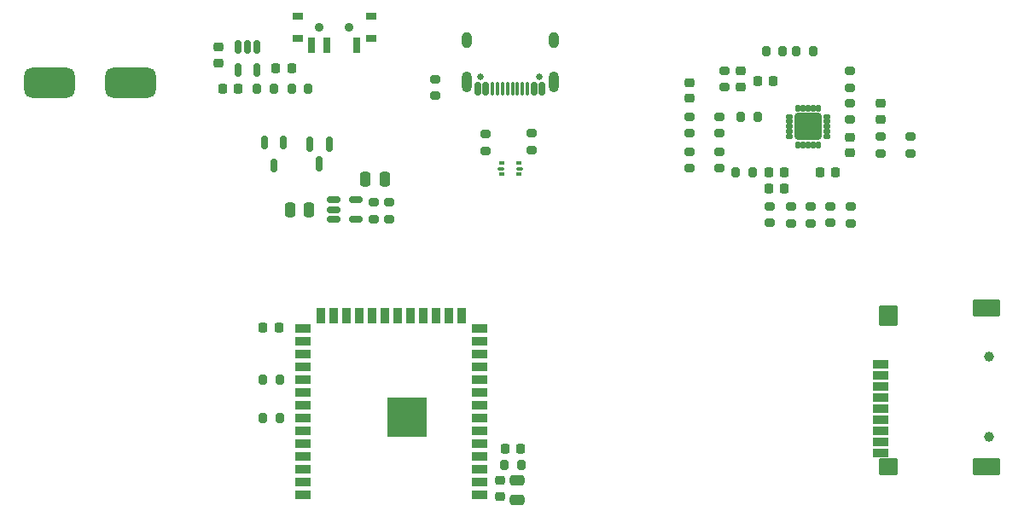
<source format=gts>
G04 #@! TF.GenerationSoftware,KiCad,Pcbnew,8.0.0*
G04 #@! TF.CreationDate,2024-04-04T13:49:03-04:00*
G04 #@! TF.ProjectId,ecg_board,6563675f-626f-4617-9264-2e6b69636164,rev?*
G04 #@! TF.SameCoordinates,Original*
G04 #@! TF.FileFunction,Soldermask,Top*
G04 #@! TF.FilePolarity,Negative*
%FSLAX46Y46*%
G04 Gerber Fmt 4.6, Leading zero omitted, Abs format (unit mm)*
G04 Created by KiCad (PCBNEW 8.0.0) date 2024-04-04 13:49:03*
%MOMM*%
%LPD*%
G01*
G04 APERTURE LIST*
G04 Aperture macros list*
%AMRoundRect*
0 Rectangle with rounded corners*
0 $1 Rounding radius*
0 $2 $3 $4 $5 $6 $7 $8 $9 X,Y pos of 4 corners*
0 Add a 4 corners polygon primitive as box body*
4,1,4,$2,$3,$4,$5,$6,$7,$8,$9,$2,$3,0*
0 Add four circle primitives for the rounded corners*
1,1,$1+$1,$2,$3*
1,1,$1+$1,$4,$5*
1,1,$1+$1,$6,$7*
1,1,$1+$1,$8,$9*
0 Add four rect primitives between the rounded corners*
20,1,$1+$1,$2,$3,$4,$5,0*
20,1,$1+$1,$4,$5,$6,$7,0*
20,1,$1+$1,$6,$7,$8,$9,0*
20,1,$1+$1,$8,$9,$2,$3,0*%
G04 Aperture macros list end*
%ADD10RoundRect,0.750000X-1.750000X-0.750000X1.750000X-0.750000X1.750000X0.750000X-1.750000X0.750000X0*%
%ADD11RoundRect,0.200000X0.275000X-0.200000X0.275000X0.200000X-0.275000X0.200000X-0.275000X-0.200000X0*%
%ADD12RoundRect,0.200000X0.200000X0.275000X-0.200000X0.275000X-0.200000X-0.275000X0.200000X-0.275000X0*%
%ADD13RoundRect,0.200000X-0.275000X0.200000X-0.275000X-0.200000X0.275000X-0.200000X0.275000X0.200000X0*%
%ADD14RoundRect,0.225000X-0.225000X-0.250000X0.225000X-0.250000X0.225000X0.250000X-0.225000X0.250000X0*%
%ADD15RoundRect,0.250000X0.250000X0.475000X-0.250000X0.475000X-0.250000X-0.475000X0.250000X-0.475000X0*%
%ADD16RoundRect,0.150000X-0.150000X0.587500X-0.150000X-0.587500X0.150000X-0.587500X0.150000X0.587500X0*%
%ADD17R,1.000000X0.800000*%
%ADD18C,0.900000*%
%ADD19R,0.700000X1.500000*%
%ADD20RoundRect,0.225000X-0.250000X0.225000X-0.250000X-0.225000X0.250000X-0.225000X0.250000X0.225000X0*%
%ADD21RoundRect,0.225000X0.225000X0.250000X-0.225000X0.250000X-0.225000X-0.250000X0.225000X-0.250000X0*%
%ADD22RoundRect,0.200000X-0.200000X-0.275000X0.200000X-0.275000X0.200000X0.275000X-0.200000X0.275000X0*%
%ADD23RoundRect,0.250000X-0.250000X-0.475000X0.250000X-0.475000X0.250000X0.475000X-0.250000X0.475000X0*%
%ADD24RoundRect,0.150000X-0.150000X0.512500X-0.150000X-0.512500X0.150000X-0.512500X0.150000X0.512500X0*%
%ADD25RoundRect,0.102000X-0.125000X-0.250000X0.125000X-0.250000X0.125000X0.250000X-0.125000X0.250000X0*%
%ADD26RoundRect,0.102000X0.250000X-0.125000X0.250000X0.125000X-0.250000X0.125000X-0.250000X-0.125000X0*%
%ADD27RoundRect,0.102000X0.125000X0.250000X-0.125000X0.250000X-0.125000X-0.250000X0.125000X-0.250000X0*%
%ADD28RoundRect,0.102000X-0.250000X0.125000X-0.250000X-0.125000X0.250000X-0.125000X0.250000X0.125000X0*%
%ADD29RoundRect,0.351520X1.000480X-1.000480X1.000480X1.000480X-1.000480X1.000480X-1.000480X-1.000480X0*%
%ADD30R,1.500000X0.900000*%
%ADD31R,0.900000X1.500000*%
%ADD32C,0.600000*%
%ADD33R,3.900000X3.900000*%
%ADD34RoundRect,0.225000X0.250000X-0.225000X0.250000X0.225000X-0.250000X0.225000X-0.250000X-0.225000X0*%
%ADD35RoundRect,0.150000X-0.512500X-0.150000X0.512500X-0.150000X0.512500X0.150000X-0.512500X0.150000X0*%
%ADD36RoundRect,0.218750X-0.218750X-0.256250X0.218750X-0.256250X0.218750X0.256250X-0.218750X0.256250X0*%
%ADD37RoundRect,0.250000X-0.475000X0.250000X-0.475000X-0.250000X0.475000X-0.250000X0.475000X0.250000X0*%
%ADD38RoundRect,0.093750X0.156250X0.093750X-0.156250X0.093750X-0.156250X-0.093750X0.156250X-0.093750X0*%
%ADD39RoundRect,0.075000X0.250000X0.075000X-0.250000X0.075000X-0.250000X-0.075000X0.250000X-0.075000X0*%
%ADD40RoundRect,0.102000X0.650000X0.350000X-0.650000X0.350000X-0.650000X-0.350000X0.650000X-0.350000X0*%
%ADD41C,0.999997*%
%ADD42RoundRect,0.102000X0.825500X0.723900X-0.825500X0.723900X-0.825500X-0.723900X0.825500X-0.723900X0*%
%ADD43RoundRect,0.102000X1.219200X0.723900X-1.219200X0.723900X-1.219200X-0.723900X1.219200X-0.723900X0*%
%ADD44RoundRect,0.102000X0.825500X0.927100X-0.825500X0.927100X-0.825500X-0.927100X0.825500X-0.927100X0*%
%ADD45C,0.650000*%
%ADD46RoundRect,0.150000X0.150000X0.500000X-0.150000X0.500000X-0.150000X-0.500000X0.150000X-0.500000X0*%
%ADD47RoundRect,0.075000X0.075000X0.575000X-0.075000X0.575000X-0.075000X-0.575000X0.075000X-0.575000X0*%
%ADD48O,1.000000X2.100000*%
%ADD49O,1.000000X1.600000*%
G04 APERTURE END LIST*
D10*
X112250000Y-66000000D03*
X104250000Y-66000000D03*
D11*
X179750000Y-79925000D03*
X179750000Y-78275000D03*
D12*
X174500000Y-69325000D03*
X172850000Y-69325000D03*
D13*
X171175000Y-64775000D03*
X171175000Y-66425000D03*
D14*
X180675000Y-74825000D03*
X182225000Y-74825000D03*
D13*
X183675000Y-64825000D03*
X183675000Y-66475000D03*
D11*
X181675000Y-79900000D03*
X181675000Y-78250000D03*
D15*
X137487500Y-75550000D03*
X135587500Y-75550000D03*
D16*
X131987500Y-72112500D03*
X130087500Y-72112500D03*
X131037500Y-73987500D03*
D13*
X189675000Y-71325000D03*
X189675000Y-72975000D03*
D17*
X136150000Y-61610000D03*
X136150000Y-59400000D03*
D18*
X134000000Y-60500000D03*
X131000000Y-60500000D03*
D17*
X128850000Y-61610000D03*
X128850000Y-59400000D03*
D19*
X134750000Y-62260000D03*
X131750000Y-62260000D03*
X130250000Y-62260000D03*
D20*
X172850000Y-64825000D03*
X172850000Y-66375000D03*
D13*
X142500000Y-65600000D03*
X142500000Y-67250000D03*
D12*
X174000000Y-74825000D03*
X172350000Y-74825000D03*
D21*
X176050000Y-65825000D03*
X174500000Y-65825000D03*
X177175000Y-74825000D03*
X175625000Y-74825000D03*
D13*
X136400000Y-77850000D03*
X136400000Y-79500000D03*
D22*
X178350000Y-62825000D03*
X180000000Y-62825000D03*
D23*
X128087500Y-78550000D03*
X129987500Y-78550000D03*
D21*
X177175000Y-76500000D03*
X175625000Y-76500000D03*
D20*
X148925000Y-105450000D03*
X148925000Y-107000000D03*
D24*
X127437500Y-71912500D03*
X125537500Y-71912500D03*
X126487500Y-74187500D03*
D22*
X125425000Y-99250000D03*
X127075000Y-99250000D03*
D11*
X167750000Y-74475000D03*
X167750000Y-72825000D03*
D12*
X129900000Y-66587500D03*
X128250000Y-66587500D03*
D11*
X177800000Y-79925000D03*
X177800000Y-78275000D03*
X170675000Y-74475000D03*
X170675000Y-72825000D03*
D13*
X152100000Y-71000000D03*
X152100000Y-72650000D03*
D11*
X170675000Y-70975000D03*
X170675000Y-69325000D03*
D25*
X178525000Y-72175000D03*
X179025000Y-72175000D03*
X179525000Y-72175000D03*
X180025000Y-72175000D03*
X180525000Y-72175000D03*
D26*
X181375000Y-71325000D03*
X181375000Y-70825000D03*
X181375000Y-70325000D03*
X181375000Y-69825000D03*
X181375000Y-69325000D03*
D27*
X180525000Y-68475000D03*
X180025000Y-68475000D03*
X179525000Y-68475000D03*
X179025000Y-68475000D03*
X178525000Y-68475000D03*
D28*
X177675000Y-69325000D03*
X177675000Y-69825000D03*
X177675000Y-70325000D03*
X177675000Y-70825000D03*
X177675000Y-71325000D03*
D29*
X179525000Y-70325000D03*
D30*
X146925000Y-106850000D03*
X146925000Y-105580000D03*
X146925000Y-104310000D03*
X146925000Y-103040000D03*
X146925000Y-101770000D03*
X146925000Y-100500000D03*
X146925000Y-99230000D03*
X146925000Y-97960000D03*
X146925000Y-96690000D03*
X146925000Y-95420000D03*
X146925000Y-94150000D03*
X146925000Y-92880000D03*
X146925000Y-91610000D03*
X146925000Y-90340000D03*
D31*
X145160000Y-89090000D03*
X143890000Y-89090000D03*
X142620000Y-89090000D03*
X141350000Y-89090000D03*
X140080000Y-89090000D03*
X138810000Y-89090000D03*
X137540000Y-89090000D03*
X136270000Y-89090000D03*
X135000000Y-89090000D03*
X133730000Y-89090000D03*
X132460000Y-89090000D03*
X131190000Y-89090000D03*
D30*
X129425000Y-90340000D03*
X129425000Y-91610000D03*
X129425000Y-92880000D03*
X129425000Y-94150000D03*
X129425000Y-95420000D03*
X129425000Y-96690000D03*
X129425000Y-97960000D03*
X129425000Y-99230000D03*
X129425000Y-100500000D03*
X129425000Y-101770000D03*
X129425000Y-103040000D03*
X129425000Y-104310000D03*
X129425000Y-105580000D03*
X129425000Y-106850000D03*
D32*
X141075000Y-99830000D03*
X141075000Y-98430000D03*
X140375000Y-100530000D03*
X140375000Y-99130000D03*
X140375000Y-97730000D03*
X139675000Y-99830000D03*
D33*
X139675000Y-99130000D03*
D32*
X139675000Y-98430000D03*
X138975000Y-100530000D03*
X138975000Y-99130000D03*
X138975000Y-97730000D03*
X138275000Y-99830000D03*
X138275000Y-98430000D03*
D11*
X183750000Y-79925000D03*
X183750000Y-78275000D03*
D34*
X183675000Y-72925000D03*
X183675000Y-71375000D03*
D21*
X126975000Y-90300000D03*
X125425000Y-90300000D03*
D22*
X124850000Y-66587500D03*
X126500000Y-66587500D03*
D35*
X132400000Y-77600000D03*
X132400000Y-78550000D03*
X132400000Y-79500000D03*
X134675000Y-79500000D03*
X134675000Y-77600000D03*
D14*
X149425000Y-102300000D03*
X150975000Y-102300000D03*
D12*
X177000000Y-62825000D03*
X175350000Y-62825000D03*
D13*
X186675000Y-71325000D03*
X186675000Y-72975000D03*
D20*
X186675000Y-68050000D03*
X186675000Y-69600000D03*
D13*
X147500000Y-71075000D03*
X147500000Y-72725000D03*
D24*
X124850000Y-62450000D03*
X123900000Y-62450000D03*
X122950000Y-62450000D03*
X122950000Y-64725000D03*
X124850000Y-64725000D03*
D36*
X126675000Y-64500000D03*
X128250000Y-64500000D03*
D12*
X151050000Y-103900000D03*
X149400000Y-103900000D03*
D11*
X137900000Y-79500000D03*
X137900000Y-77850000D03*
D34*
X167750000Y-67525000D03*
X167750000Y-65975000D03*
D37*
X150675000Y-105450000D03*
X150675000Y-107350000D03*
D38*
X150775000Y-75037500D03*
D39*
X150850000Y-74500000D03*
D38*
X150775000Y-73962500D03*
X149075000Y-73962500D03*
D39*
X149000000Y-74500000D03*
D38*
X149075000Y-75037500D03*
D22*
X125425000Y-95420000D03*
X127075000Y-95420000D03*
D14*
X121400000Y-66587500D03*
X122950000Y-66587500D03*
D40*
X186726200Y-93900000D03*
X186726200Y-95000000D03*
X186726200Y-96100000D03*
X186726200Y-97200000D03*
X186726200Y-98300000D03*
X186726200Y-99400000D03*
X186726200Y-100500000D03*
X186726200Y-101600000D03*
D41*
X197430600Y-101133600D03*
X197430600Y-93158000D03*
D40*
X186726200Y-102700000D03*
D42*
X187500000Y-104118400D03*
D43*
X197200000Y-104118400D03*
X197200000Y-88293600D03*
D44*
X187500000Y-89068600D03*
D11*
X175675000Y-79900000D03*
X175675000Y-78250000D03*
D45*
X152815000Y-65425000D03*
X147035000Y-65425000D03*
D46*
X153125000Y-66565000D03*
X152325000Y-66565000D03*
D47*
X151175000Y-66565000D03*
X150175000Y-66565000D03*
X149675000Y-66565000D03*
X148675000Y-66565000D03*
D46*
X147525000Y-66565000D03*
X146725000Y-66565000D03*
X146725000Y-66565000D03*
X147525000Y-66565000D03*
D47*
X148175000Y-66565000D03*
X149175000Y-66565000D03*
X150675000Y-66565000D03*
X151675000Y-66565000D03*
D46*
X152325000Y-66565000D03*
X153125000Y-66565000D03*
D48*
X154245000Y-65925000D03*
D49*
X154245000Y-61745000D03*
D48*
X145605000Y-65925000D03*
D49*
X145605000Y-61745000D03*
D13*
X183675000Y-68000000D03*
X183675000Y-69650000D03*
D34*
X121000000Y-64000000D03*
X121000000Y-62450000D03*
D11*
X167750000Y-70975000D03*
X167750000Y-69325000D03*
M02*

</source>
